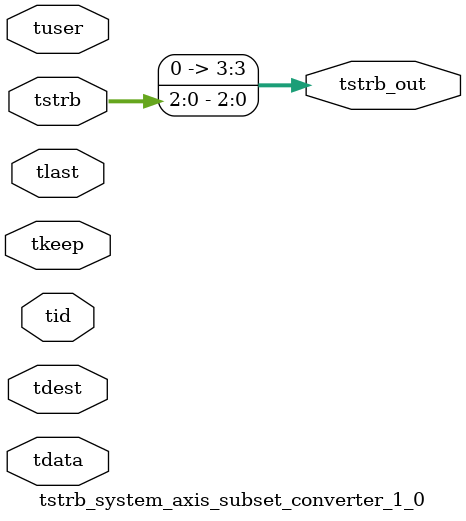
<source format=v>


`timescale 1ps/1ps

module tstrb_system_axis_subset_converter_1_0 #
(
parameter C_S_AXIS_TDATA_WIDTH = 32,
parameter C_S_AXIS_TUSER_WIDTH = 0,
parameter C_S_AXIS_TID_WIDTH   = 0,
parameter C_S_AXIS_TDEST_WIDTH = 0,
parameter C_M_AXIS_TDATA_WIDTH = 32
)
(
input  [(C_S_AXIS_TDATA_WIDTH == 0 ? 1 : C_S_AXIS_TDATA_WIDTH)-1:0     ] tdata,
input  [(C_S_AXIS_TUSER_WIDTH == 0 ? 1 : C_S_AXIS_TUSER_WIDTH)-1:0     ] tuser,
input  [(C_S_AXIS_TID_WIDTH   == 0 ? 1 : C_S_AXIS_TID_WIDTH)-1:0       ] tid,
input  [(C_S_AXIS_TDEST_WIDTH == 0 ? 1 : C_S_AXIS_TDEST_WIDTH)-1:0     ] tdest,
input  [(C_S_AXIS_TDATA_WIDTH/8)-1:0 ] tkeep,
input  [(C_S_AXIS_TDATA_WIDTH/8)-1:0 ] tstrb,
input                                                                    tlast,
output [(C_M_AXIS_TDATA_WIDTH/8)-1:0 ] tstrb_out
);

assign tstrb_out = {tstrb[2:0]};

endmodule


</source>
